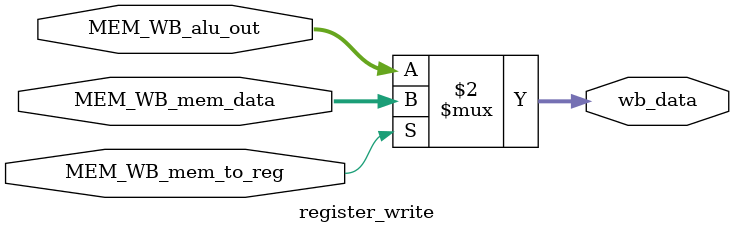
<source format=sv>
module register_write (
  input               MEM_WB_mem_to_reg ,
  input        [31:0] MEM_WB_mem_data   ,
  input        [31:0] MEM_WB_alu_out    ,
  output logic [31:0] wb_data           
);

//----------------------------------------------------------------
//         Register MEM/WB
//----------------------------------------------------------------
always_comb begin : proc_mem_wb_register
  wb_data = (MEM_WB_mem_to_reg) ? MEM_WB_mem_data : MEM_WB_alu_out;
end

endmodule : register_write
</source>
